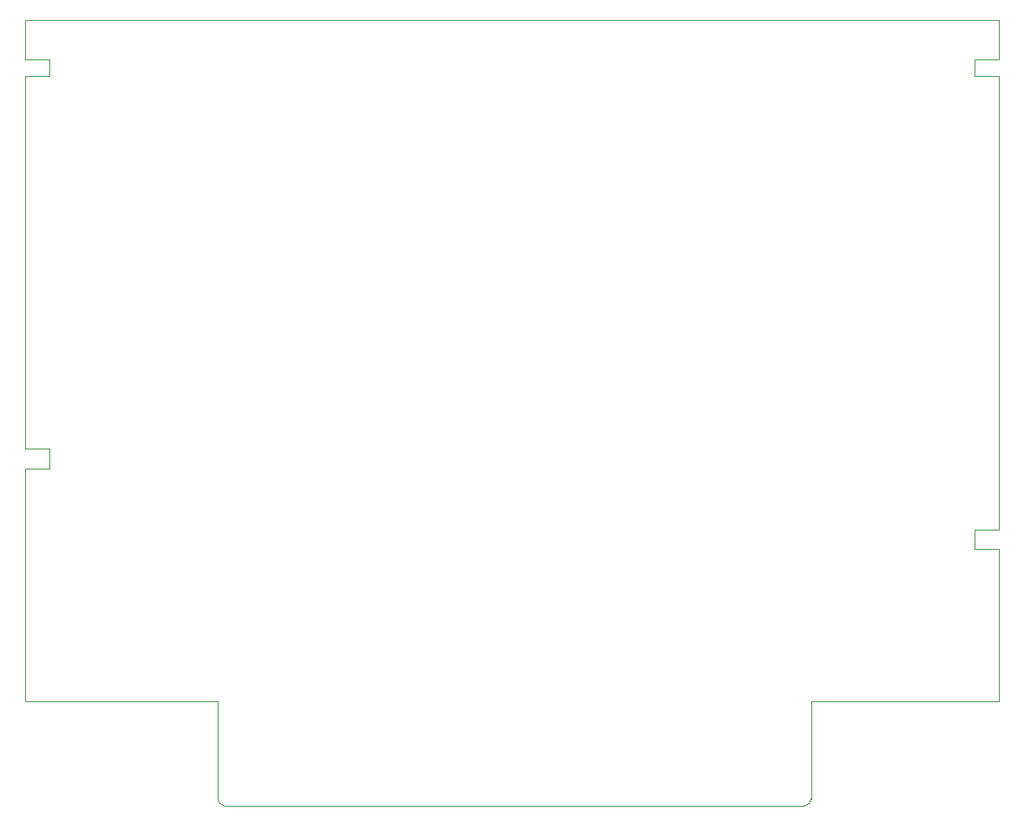
<source format=gbr>
%TF.GenerationSoftware,KiCad,Pcbnew,9.0.0*%
%TF.CreationDate,2025-03-18T20:07:55+01:00*%
%TF.ProjectId,SuperCPM65,53757065-7243-4504-9d36-352e6b696361,rev?*%
%TF.SameCoordinates,Original*%
%TF.FileFunction,Profile,NP*%
%FSLAX46Y46*%
G04 Gerber Fmt 4.6, Leading zero omitted, Abs format (unit mm)*
G04 Created by KiCad (PCBNEW 9.0.0) date 2025-03-18 20:07:55*
%MOMM*%
%LPD*%
G01*
G04 APERTURE LIST*
%TA.AperFunction,Profile*%
%ADD10C,0.101600*%
%TD*%
%TA.AperFunction,Profile*%
%ADD11C,0.099060*%
%TD*%
G04 APERTURE END LIST*
D10*
%TO.C,CON1*%
X64000500Y-41998880D02*
X64000500Y-45999380D01*
X64000500Y-41998880D02*
X91849060Y-41998880D01*
X64000500Y-45999380D02*
X66499860Y-45999380D01*
X64000500Y-47698640D02*
X64000640Y-85398920D01*
X64000500Y-110898920D02*
X64000640Y-87398920D01*
X64000500Y-110898920D02*
X83500080Y-110898920D01*
X64000640Y-85398920D02*
X66500000Y-85398920D01*
X66499860Y-45999380D02*
X66499860Y-47698640D01*
X66499860Y-47698640D02*
X64000500Y-47698640D01*
X66500000Y-85398920D02*
X66500000Y-87398920D01*
X66500000Y-87398920D02*
X64000640Y-87398920D01*
X83500080Y-110898920D02*
X83500080Y-111000520D01*
X83500080Y-120799840D02*
X83500080Y-111000520D01*
X84201120Y-121500880D02*
X142798920Y-121500880D01*
X91849060Y-41998880D02*
X135399900Y-41998880D01*
X135399900Y-41998880D02*
X162499160Y-41998880D01*
X143499960Y-110898920D02*
X162499020Y-110898920D01*
X143499960Y-111000520D02*
X143499960Y-110898920D01*
X143499960Y-120799840D02*
X143499960Y-111000520D01*
X159999020Y-93531920D02*
X162495840Y-93531920D01*
X159999020Y-95531920D02*
X159999020Y-93531920D01*
X159999800Y-45999380D02*
X162499160Y-45999380D01*
X159999800Y-47698640D02*
X159999800Y-45999380D01*
X162495840Y-93531920D02*
X162499160Y-47698640D01*
X162499020Y-95531920D02*
X159999020Y-95531920D01*
X162499020Y-95531920D02*
X162499020Y-110898920D01*
X162499160Y-45999380D02*
X162499160Y-41998880D01*
X162499160Y-47698640D02*
X159999800Y-47698640D01*
D11*
X84201120Y-121500880D02*
G75*
G02*
X83500080Y-120799840I0J701040D01*
G01*
X143499960Y-120799840D02*
G75*
G02*
X142798920Y-121500860I-701040J20D01*
G01*
%TD*%
M02*

</source>
